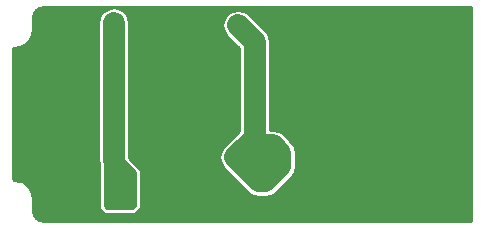
<source format=gbl>
G04 #@! TF.FileFunction,Copper,L2,Bot,Signal*
%FSLAX46Y46*%
G04 Gerber Fmt 4.6, Leading zero omitted, Abs format (unit mm)*
G04 Created by KiCad (PCBNEW 4.0.1-2.fc23-product) date Tue 12 Jan 2016 10:32:47 PM CET*
%MOMM*%
G01*
G04 APERTURE LIST*
%ADD10C,0.100000*%
%ADD11C,3.000000*%
%ADD12C,0.600000*%
%ADD13C,0.355600*%
%ADD14C,1.900000*%
%ADD15C,0.254000*%
G04 APERTURE END LIST*
D10*
D11*
X166243000Y-121759000D03*
X166243000Y-108619000D03*
D12*
X146050000Y-121539000D03*
X145923000Y-122682000D03*
X147066000Y-122682000D03*
X147066000Y-121539000D03*
X147066000Y-120396000D03*
X145796000Y-120396000D03*
X145415000Y-109982000D03*
X146177000Y-107061000D03*
X145415000Y-107569000D03*
X145415000Y-108839000D03*
X146177000Y-109474000D03*
X140462000Y-110744000D03*
X139446000Y-110744000D03*
X138811000Y-111506000D03*
X147828000Y-111760000D03*
X148590000Y-110871000D03*
X149352000Y-111760000D03*
X150114000Y-110871000D03*
X150876000Y-111760000D03*
X151638000Y-109982000D03*
X153289000Y-111887000D03*
X139954000Y-111506000D03*
X140970000Y-111506000D03*
X141478000Y-110744000D03*
X153670000Y-122936000D03*
X152527000Y-122936000D03*
X152654000Y-121666000D03*
X153670000Y-121666000D03*
X153670000Y-120396000D03*
X161036000Y-123444000D03*
X166116000Y-116840000D03*
X174752000Y-123444000D03*
X174752000Y-120396000D03*
X174752000Y-116332000D03*
X174752000Y-113792000D03*
X174752000Y-110236000D03*
X174752000Y-107188000D03*
X160528000Y-106680000D03*
X160528000Y-108712000D03*
X152654000Y-120396000D03*
X160528000Y-110744000D03*
X158369000Y-119126000D03*
X159004000Y-120142000D03*
X159385000Y-120777000D03*
X157226000Y-120015000D03*
X157607000Y-118618000D03*
X158115000Y-119888000D03*
X159258000Y-118618000D03*
X159385000Y-119380000D03*
X160401000Y-119761000D03*
X160401000Y-118364000D03*
X156210000Y-119634000D03*
X156210000Y-118237000D03*
X155956000Y-107569000D03*
X156718000Y-107823000D03*
X156972000Y-108585000D03*
X157734000Y-108839000D03*
X156845000Y-119126000D03*
D13*
X147066000Y-122682000D02*
X145923000Y-122682000D01*
X147193000Y-120396000D02*
X147193000Y-121412000D01*
X147193000Y-121412000D02*
X147066000Y-121539000D01*
X145796000Y-119126000D02*
X145796000Y-120396000D01*
D14*
X145796000Y-109855000D02*
X145796000Y-107492800D01*
X145796000Y-119126000D02*
X145796000Y-109855000D01*
D13*
X140462000Y-110617000D02*
X139319000Y-110617000D01*
X149479000Y-111633000D02*
X148590000Y-110744000D01*
X150749000Y-111633000D02*
X149860000Y-110744000D01*
X153416000Y-111887000D02*
X151638000Y-110109000D01*
X151638000Y-110109000D02*
X151638000Y-109982000D01*
X141478000Y-110744000D02*
X141097000Y-111125000D01*
X141097000Y-111125000D02*
X141097000Y-111506000D01*
X152527000Y-122936000D02*
X153670000Y-122936000D01*
X153670000Y-121666000D02*
X152654000Y-121666000D01*
X153670000Y-120396000D02*
X153370001Y-120695999D01*
X153370001Y-120695999D02*
X153370001Y-120858001D01*
X165608000Y-119507000D02*
X161671000Y-123444000D01*
X161671000Y-123444000D02*
X161036000Y-123444000D01*
X165608000Y-117772264D02*
X165608000Y-119507000D01*
X166116000Y-116840000D02*
X166116000Y-117264264D01*
X166116000Y-117264264D02*
X165608000Y-117772264D01*
X174752000Y-120396000D02*
X174752000Y-123444000D01*
X174752000Y-113792000D02*
X174752000Y-116332000D01*
X174752000Y-107188000D02*
X174752000Y-110236000D01*
X160528000Y-108712000D02*
X160528000Y-106680000D01*
D14*
X159512000Y-118491000D02*
X158750000Y-119253000D01*
X159893000Y-118491000D02*
X159512000Y-118491000D01*
X157734000Y-117475000D02*
X157480000Y-117475000D01*
X157480000Y-117475000D02*
X156083000Y-118872000D01*
X157734000Y-109093000D02*
X156337000Y-107696000D01*
X156083000Y-118872000D02*
X158115000Y-120904000D01*
X158115000Y-120904000D02*
X158623000Y-120904000D01*
X157734000Y-117856000D02*
X157734000Y-119634000D01*
X158623000Y-120904000D02*
X159893000Y-119634000D01*
X159893000Y-118491000D02*
X159258000Y-117856000D01*
X159258000Y-117856000D02*
X157734000Y-117856000D01*
X157734000Y-109093000D02*
X157734000Y-117475000D01*
X159893000Y-119634000D02*
X159893000Y-118491000D01*
D15*
G36*
X176074000Y-124258000D02*
X139871911Y-124258000D01*
X139518915Y-124187785D01*
X139257732Y-124013268D01*
X139083216Y-123752086D01*
X139013000Y-123399088D01*
X139013000Y-122428000D01*
X139004238Y-122383950D01*
X139004238Y-122370038D01*
X138907565Y-121884031D01*
X138839477Y-121719652D01*
X138564176Y-121307634D01*
X138438365Y-121181823D01*
X138026348Y-120906523D01*
X137922925Y-120863684D01*
X137861969Y-120838435D01*
X137375961Y-120741762D01*
X137331050Y-120741762D01*
X137287000Y-120733000D01*
X137287000Y-109645000D01*
X137331050Y-109636238D01*
X137375961Y-109636238D01*
X137861969Y-109539565D01*
X138026348Y-109471477D01*
X138438365Y-109196177D01*
X138564176Y-109070366D01*
X138839477Y-108658348D01*
X138907565Y-108493969D01*
X139004238Y-108007962D01*
X139004238Y-107994050D01*
X139013000Y-107950000D01*
X139013000Y-107492800D01*
X144465000Y-107492800D01*
X144465000Y-119126000D01*
X144526000Y-119432669D01*
X144526000Y-123063000D01*
X144554003Y-123206367D01*
X144637592Y-123332408D01*
X144891592Y-123586408D01*
X145012770Y-123667983D01*
X145161000Y-123698000D01*
X147447000Y-123698000D01*
X147590367Y-123669997D01*
X147716408Y-123586408D01*
X147970408Y-123332408D01*
X148051983Y-123211230D01*
X148082000Y-123063000D01*
X148082000Y-120015000D01*
X148053997Y-119871633D01*
X147970408Y-119745592D01*
X147127000Y-118902184D01*
X147127000Y-118872000D01*
X154752000Y-118872000D01*
X154853316Y-119381352D01*
X155141841Y-119813159D01*
X157173841Y-121845159D01*
X157605648Y-122133684D01*
X158115000Y-122235000D01*
X158623000Y-122235000D01*
X159132352Y-122133684D01*
X159564159Y-121845159D01*
X160834159Y-120575159D01*
X161122684Y-120143352D01*
X161224000Y-119634000D01*
X161224000Y-118491000D01*
X161122684Y-117981648D01*
X160834159Y-117549841D01*
X160199159Y-116914841D01*
X159767352Y-116626316D01*
X159258000Y-116525000D01*
X159065000Y-116525000D01*
X159065000Y-109093000D01*
X158963684Y-108583648D01*
X158675159Y-108151841D01*
X157278159Y-106754841D01*
X156846352Y-106466316D01*
X156337000Y-106365000D01*
X155827648Y-106466316D01*
X155395841Y-106754841D01*
X155107316Y-107186648D01*
X155006000Y-107696000D01*
X155107316Y-108205352D01*
X155395841Y-108637159D01*
X156403000Y-109644318D01*
X156403000Y-116669682D01*
X155141841Y-117930841D01*
X154853316Y-118362648D01*
X154752000Y-118872000D01*
X147127000Y-118872000D01*
X147127000Y-107492800D01*
X147025684Y-106983448D01*
X146737159Y-106551641D01*
X146305352Y-106263116D01*
X145796000Y-106161800D01*
X145286648Y-106263116D01*
X144854841Y-106551641D01*
X144566316Y-106983448D01*
X144465000Y-107492800D01*
X139013000Y-107492800D01*
X139013000Y-106978912D01*
X139083216Y-106625914D01*
X139257732Y-106364732D01*
X139518915Y-106190215D01*
X139871911Y-106120000D01*
X176074000Y-106120000D01*
X176074000Y-124258000D01*
X176074000Y-124258000D01*
G37*
X176074000Y-124258000D02*
X139871911Y-124258000D01*
X139518915Y-124187785D01*
X139257732Y-124013268D01*
X139083216Y-123752086D01*
X139013000Y-123399088D01*
X139013000Y-122428000D01*
X139004238Y-122383950D01*
X139004238Y-122370038D01*
X138907565Y-121884031D01*
X138839477Y-121719652D01*
X138564176Y-121307634D01*
X138438365Y-121181823D01*
X138026348Y-120906523D01*
X137922925Y-120863684D01*
X137861969Y-120838435D01*
X137375961Y-120741762D01*
X137331050Y-120741762D01*
X137287000Y-120733000D01*
X137287000Y-109645000D01*
X137331050Y-109636238D01*
X137375961Y-109636238D01*
X137861969Y-109539565D01*
X138026348Y-109471477D01*
X138438365Y-109196177D01*
X138564176Y-109070366D01*
X138839477Y-108658348D01*
X138907565Y-108493969D01*
X139004238Y-108007962D01*
X139004238Y-107994050D01*
X139013000Y-107950000D01*
X139013000Y-107492800D01*
X144465000Y-107492800D01*
X144465000Y-119126000D01*
X144526000Y-119432669D01*
X144526000Y-123063000D01*
X144554003Y-123206367D01*
X144637592Y-123332408D01*
X144891592Y-123586408D01*
X145012770Y-123667983D01*
X145161000Y-123698000D01*
X147447000Y-123698000D01*
X147590367Y-123669997D01*
X147716408Y-123586408D01*
X147970408Y-123332408D01*
X148051983Y-123211230D01*
X148082000Y-123063000D01*
X148082000Y-120015000D01*
X148053997Y-119871633D01*
X147970408Y-119745592D01*
X147127000Y-118902184D01*
X147127000Y-118872000D01*
X154752000Y-118872000D01*
X154853316Y-119381352D01*
X155141841Y-119813159D01*
X157173841Y-121845159D01*
X157605648Y-122133684D01*
X158115000Y-122235000D01*
X158623000Y-122235000D01*
X159132352Y-122133684D01*
X159564159Y-121845159D01*
X160834159Y-120575159D01*
X161122684Y-120143352D01*
X161224000Y-119634000D01*
X161224000Y-118491000D01*
X161122684Y-117981648D01*
X160834159Y-117549841D01*
X160199159Y-116914841D01*
X159767352Y-116626316D01*
X159258000Y-116525000D01*
X159065000Y-116525000D01*
X159065000Y-109093000D01*
X158963684Y-108583648D01*
X158675159Y-108151841D01*
X157278159Y-106754841D01*
X156846352Y-106466316D01*
X156337000Y-106365000D01*
X155827648Y-106466316D01*
X155395841Y-106754841D01*
X155107316Y-107186648D01*
X155006000Y-107696000D01*
X155107316Y-108205352D01*
X155395841Y-108637159D01*
X156403000Y-109644318D01*
X156403000Y-116669682D01*
X155141841Y-117930841D01*
X154853316Y-118362648D01*
X154752000Y-118872000D01*
X147127000Y-118872000D01*
X147127000Y-107492800D01*
X147025684Y-106983448D01*
X146737159Y-106551641D01*
X146305352Y-106263116D01*
X145796000Y-106161800D01*
X145286648Y-106263116D01*
X144854841Y-106551641D01*
X144566316Y-106983448D01*
X144465000Y-107492800D01*
X139013000Y-107492800D01*
X139013000Y-106978912D01*
X139083216Y-106625914D01*
X139257732Y-106364732D01*
X139518915Y-106190215D01*
X139871911Y-106120000D01*
X176074000Y-106120000D01*
X176074000Y-124258000D01*
G36*
X147574000Y-120067606D02*
X147574000Y-123010394D01*
X147394394Y-123190000D01*
X145213606Y-123190000D01*
X145034000Y-123010394D01*
X145034000Y-119126000D01*
X146632394Y-119126000D01*
X147574000Y-120067606D01*
X147574000Y-120067606D01*
G37*
X147574000Y-120067606D02*
X147574000Y-123010394D01*
X147394394Y-123190000D01*
X145213606Y-123190000D01*
X145034000Y-123010394D01*
X145034000Y-119126000D01*
X146632394Y-119126000D01*
X147574000Y-120067606D01*
M02*

</source>
